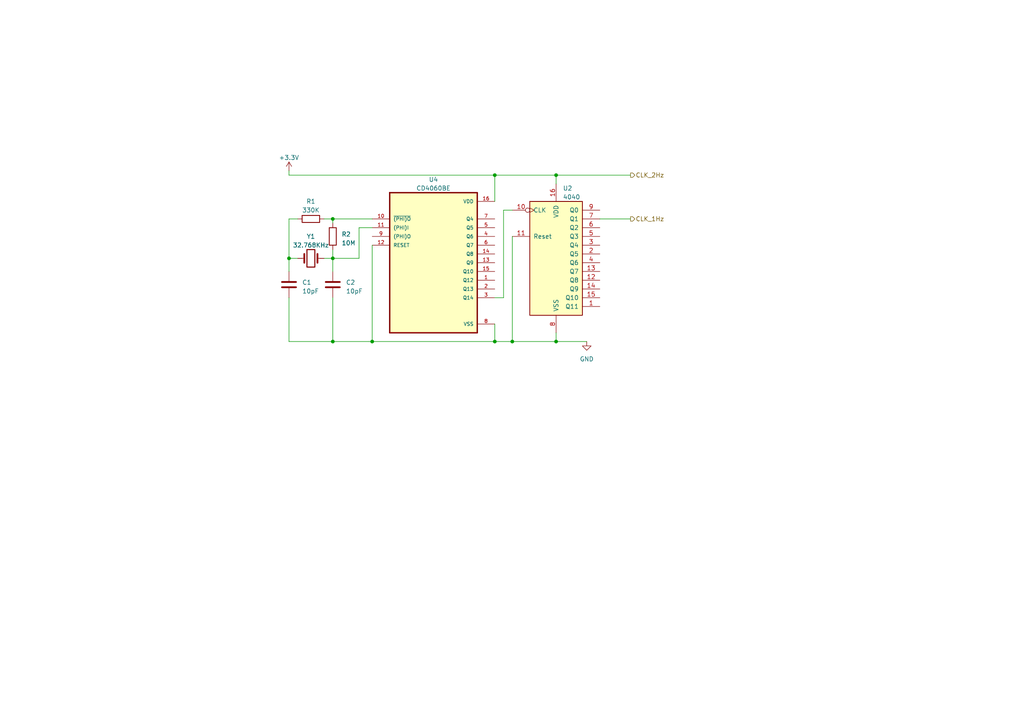
<source format=kicad_sch>
(kicad_sch (version 20230121) (generator eeschema)
  (paper "A4")
  (lib_symbols
    (symbol "4xxx:4040" (pin_names (offset 1.016))
      (property "Reference" "U" (at -7.62 16.51 0))
      (property "Value" "4040" (at -7.62 -19.05 0))
      (symbol "4040_1_0"
        (pin output line (at 12.7 -15.24 180) (length 5.08) (name "Q11") (number "1"))
        (pin input inverted_clock (at -12.7 12.7 0) (length 5.08) (name "CLK") (number "10"))
        (pin input line (at -12.7 5.08 0) (length 5.08) (name "Reset") (number "11"))
        (pin output line (at 12.7 -7.62 180) (length 5.08) (name "Q8") (number "12"))
        (pin output line (at 12.7 -5.08 180) (length 5.08) (name "Q7") (number "13"))
        (pin output line (at 12.7 -10.16 180) (length 5.08) (name "Q9") (number "14"))
        (pin output line (at 12.7 -12.7 180) (length 5.08) (name "Q10") (number "15"))
        (pin power_in line (at 0 20.32 270) (length 5.08) (name "VDD") (number "16"))
        (pin output line (at 12.7 0 180) (length 5.08) (name "Q5") (number "2"))
        (pin output line (at 12.7 2.54 180) (length 5.08) (name "Q4") (number "3"))
        (pin output line (at 12.7 -2.54 180) (length 5.08) (name "Q6") (number "4"))
        (pin output line (at 12.7 5.08 180) (length 5.08) (name "Q3") (number "5"))
        (pin output line (at 12.7 7.62 180) (length 5.08) (name "Q2") (number "6"))
        (pin output line (at 12.7 10.16 180) (length 5.08) (name "Q1") (number "7"))
        (pin power_in line (at 0 -22.86 90) (length 5.08) (name "VSS") (number "8"))
        (pin output line (at 12.7 12.7 180) (length 5.08) (name "Q0") (number "9"))
      )
      (symbol "4040_1_1"
        (rectangle (start -7.62 15.24) (end 7.62 -17.78) (stroke (width 0.254)) (fill (type background)))
      )
    )
    (symbol "CD4060BE:CD4060BE" (pin_names (offset 1.016))
      (property "Reference" "U" (at -12.7 21.32 0))
      (property "Value" "CD4060BE" (at -12.7 -24.32 0))
      (symbol "CD4060BE_0_0"
        (rectangle (start -12.7 -20.32) (end 12.7 20.32) (stroke (width 0.41)) (fill (type background)))
        (pin output line (at 17.78 -5.08 180) (length 5.08) (name "Q12") (number "1"))
        (pin input line (at -17.78 12.7 0) (length 5.08) (name "~{(PHI)O}") (number "10"))
        (pin input line (at -17.78 10.16 0) (length 5.08) (name "(PHI)I") (number "11"))
        (pin input line (at -17.78 5.08 0) (length 5.08) (name "RESET") (number "12"))
        (pin output line (at 17.78 0 180) (length 5.08) (name "Q9") (number "13"))
        (pin output line (at 17.78 2.54 180) (length 5.08) (name "Q8") (number "14"))
        (pin output line (at 17.78 -2.54 180) (length 5.08) (name "Q10") (number "15"))
        (pin power_in line (at 17.78 17.78 180) (length 5.08) (name "VDD") (number "16"))
        (pin output line (at 17.78 -7.62 180) (length 5.08) (name "Q13") (number "2"))
        (pin output line (at 17.78 -10.16 180) (length 5.08) (name "Q14") (number "3"))
        (pin output line (at 17.78 7.62 180) (length 5.08) (name "Q6") (number "4"))
        (pin output line (at 17.78 10.16 180) (length 5.08) (name "Q5") (number "5"))
        (pin output line (at 17.78 5.08 180) (length 5.08) (name "Q7") (number "6"))
        (pin output line (at 17.78 12.7 180) (length 5.08) (name "Q4") (number "7"))
        (pin power_in line (at 17.78 -17.78 180) (length 5.08) (name "VSS") (number "8"))
        (pin input line (at -17.78 7.62 0) (length 5.08) (name "(PHI)O") (number "9"))
      )
    )
    (symbol "Device:C" (pin_numbers hide) (pin_names (offset 0.254))
      (property "Reference" "C" (at 0.635 2.54 0))
      (property "Value" "C" (at 0.635 -2.54 0))
      (symbol "C_0_1"
        (polyline (pts (xy -2.032 -0.762) (xy 2.032 -0.762)) (stroke (width 0.508)))
        (polyline (pts (xy -2.032 0.762) (xy 2.032 0.762)) (stroke (width 0.508)))
      )
      (symbol "C_1_1"
        (pin passive line (at 0 3.81 270) (length 2.794) (name "~") (number "1"))
        (pin passive line (at 0 -3.81 90) (length 2.794) (name "~") (number "2"))
      )
    )
    (symbol "Device:Crystal" (pin_numbers hide) (pin_names (offset 1.016) hide)
      (property "Reference" "Y" (at 0 3.81 0))
      (property "Value" "Crystal" (at 0 -3.81 0))
      (symbol "Crystal_0_1"
        (rectangle (start -1.143 2.54) (end 1.143 -2.54) (stroke (width 0.3048)))
        (polyline (pts (xy -2.54 0) (xy -1.905 0)))
        (polyline (pts (xy -1.905 -1.27) (xy -1.905 1.27)) (stroke (width 0.508)))
        (polyline (pts (xy 1.905 -1.27) (xy 1.905 1.27)) (stroke (width 0.508)))
        (polyline (pts (xy 2.54 0) (xy 1.905 0)))
      )
      (symbol "Crystal_1_1"
        (pin passive line (at -3.81 0 0) (length 1.27) (name "1") (number "1"))
        (pin passive line (at 3.81 0 180) (length 1.27) (name "2") (number "2"))
      )
    )
    (symbol "Device:R" (pin_numbers hide) (pin_names (offset 0))
      (property "Reference" "R" (at 2.032 0 90))
      (property "Value" "R" (at 0 0 90))
      (symbol "R_0_1"
        (rectangle (start -1.016 -2.54) (end 1.016 2.54) (stroke (width 0.254)))
      )
      (symbol "R_1_1"
        (pin passive line (at 0 3.81 270) (length 1.27) (name "~") (number "1"))
        (pin passive line (at 0 -3.81 90) (length 1.27) (name "~") (number "2"))
      )
    )
    (symbol "power:+3.3V" (power) (pin_names (offset 0))
      (property "Value" "+3.3V" (at 0 3.556 0))
      (symbol "+3.3V_0_1"
        (polyline (pts (xy -0.762 1.27) (xy 0 2.54)))
        (polyline (pts (xy 0 0) (xy 0 2.54)))
        (polyline (pts (xy 0 2.54) (xy 0.762 1.27)))
      )
      (symbol "+3.3V_1_1"
        (pin power_in line (at 0 0 90) (length 0) hide (name "+3.3V") (number "1"))
      )
    )
    (symbol "power:GND" (power) (pin_names (offset 0))
      (property "Value" "GND" (at 0 -3.81 0))
      (symbol "GND_0_1"
        (polyline (pts (xy 0 0) (xy 0 -1.27) (xy 1.27 -1.27) (xy 0 -2.54) (xy -1.27 -1.27) (xy 0 -1.27)))
      )
      (symbol "GND_1_1"
        (pin power_in line (at 0 0 270) (length 0) hide (name "GND") (number "1"))
      )
    )
  )
  (junction (at 161.29 50.8))
  (junction (at 143.51 99.06))
  (junction (at 161.29 99.06))
  (junction (at 83.82 74.93))
  (junction (at 96.52 63.5))
  (junction (at 143.51 50.8))
  (junction (at 148.59 99.06))
  (junction (at 107.95 99.06))
  (junction (at 96.52 99.06))
  (junction (at 96.52 74.93))
  (wire (pts (xy 96.52 63.5) (xy 107.95 63.5)))
  (wire (pts (xy 83.82 50.8) (xy 83.82 49.53)))
  (wire (pts (xy 83.82 86.36) (xy 83.82 99.06)))
  (wire (pts (xy 143.51 50.8) (xy 143.51 58.42)))
  (wire (pts (xy 83.82 74.93) (xy 83.82 78.74)))
  (wire (pts (xy 104.14 66.04) (xy 104.14 74.93)))
  (wire (pts (xy 161.29 50.8) (xy 182.88 50.8)))
  (wire (pts (xy 161.29 99.06) (xy 170.18 99.06)))
  (wire (pts (xy 83.82 63.5) (xy 83.82 74.93)))
  (wire (pts (xy 107.95 99.06) (xy 143.51 99.06)))
  (wire (pts (xy 148.59 68.58) (xy 148.59 99.06)))
  (wire (pts (xy 146.05 86.36) (xy 143.51 86.36)))
  (wire (pts (xy 107.95 66.04) (xy 104.14 66.04)))
  (wire (pts (xy 161.29 53.34) (xy 161.29 50.8)))
  (wire (pts (xy 83.82 74.93) (xy 86.36 74.93)))
  (wire (pts (xy 93.98 74.93) (xy 96.52 74.93)))
  (wire (pts (xy 107.95 71.12) (xy 107.95 99.06)))
  (wire (pts (xy 146.05 60.96) (xy 146.05 86.36)))
  (wire (pts (xy 161.29 50.8) (xy 143.51 50.8)))
  (wire (pts (xy 93.98 63.5) (xy 96.52 63.5)))
  (wire (pts (xy 83.82 50.8) (xy 143.51 50.8)))
  (wire (pts (xy 83.82 99.06) (xy 96.52 99.06)))
  (wire (pts (xy 96.52 74.93) (xy 96.52 72.39)))
  (wire (pts (xy 96.52 74.93) (xy 96.52 78.74)))
  (wire (pts (xy 161.29 99.06) (xy 148.59 99.06)))
  (wire (pts (xy 148.59 99.06) (xy 143.51 99.06)))
  (wire (pts (xy 148.59 60.96) (xy 146.05 60.96)))
  (wire (pts (xy 173.99 63.5) (xy 182.88 63.5)))
  (wire (pts (xy 96.52 63.5) (xy 96.52 64.77)))
  (wire (pts (xy 161.29 96.52) (xy 161.29 99.06)))
  (wire (pts (xy 143.51 93.98) (xy 143.51 99.06)))
  (wire (pts (xy 96.52 99.06) (xy 107.95 99.06)))
  (wire (pts (xy 86.36 63.5) (xy 83.82 63.5)))
  (wire (pts (xy 96.52 74.93) (xy 104.14 74.93)))
  (wire (pts (xy 96.52 86.36) (xy 96.52 99.06)))
  (hierarchical_label "CLK_1Hz" (shape output) (at 182.88 63.5 0))
  (hierarchical_label "CLK_2Hz" (shape output) (at 182.88 50.8 0))
  (symbol (lib_id "CD4060BE:CD4060BE") (at 125.73 76.2 0) (unit 1)
    (property "Reference" "U4" (at 125.73 52.07 0))
    (property "Value" "CD4060BE" (at 125.73 54.61 0))
    (property "Footprint" "Package_DIP:DIP-16_W7.62mm_Socket" (effects hide))
    (instances (project "binary_clock" (path "" (reference "U4") (unit 1)) (path "" (reference "U13") (unit 1))))
  )
  (symbol (lib_id "Device:Crystal") (at 90.17 74.93 0) (unit 1)
    (property "Reference" "Y1" (at 90.17 68.58 0))
    (property "Value" "32.768KHz" (at 90.17 71.12 0))
    (property "Footprint" "Crystal:Crystal_C26-LF_D2.1mm_L6.5mm_Vertical" (effects hide))
    (instances (project "binary_clock" (path "" (reference "Y1") (unit 1)) (path "" (reference "Y2") (unit 1))))
  )
  (symbol (lib_id "power:+3.3V") (at 83.82 49.53 0) (unit 1)
    (property "Reference" "#PWR010" (effects hide))
    (property "Value" "+3.3V" (at 83.82 45.72 0))
    (instances (project "binary_clock" (path "" (reference "#PWR010") (unit 1)) (path "" (reference "#PWR02") (unit 1)) (path "" (reference "#PWR011") (unit 1))))
  )
  (symbol (lib_id "Device:R") (at 96.52 68.58 0) (unit 1)
    (property "Reference" "R2" (at 99.06 67.945 0) (effects (justify left)))
    (property "Value" "10M" (at 99.06 70.485 0) (effects (justify left)))
    (property "Footprint" "Resistor_THT:R_Axial_DIN0204_L3.6mm_D1.6mm_P7.62mm_Horizontal" (effects hide))
    (instances (project "binary_clock" (path "" (reference "R2") (unit 1)) (path "" (reference "R27") (unit 1))))
  )
  (symbol (lib_id "Device:R") (at 90.17 63.5 90) (unit 1)
    (property "Reference" "R1" (at 90.17 58.42 90))
    (property "Value" "330K" (at 90.17 60.96 90))
    (property "Footprint" "Resistor_THT:R_Axial_DIN0204_L3.6mm_D1.6mm_P7.62mm_Horizontal" (effects hide))
    (instances (project "binary_clock" (path "" (reference "R1") (unit 1)) (path "" (reference "R26") (unit 1))))
  )
  (symbol (lib_id "power:GND") (at 170.18 99.06 0) (unit 1)
    (property "Reference" "#PWR04" (effects hide))
    (property "Value" "GND" (at 170.18 104.14 0))
    (property "Footprint" "Connector_Pin:Pin_D1.0mm_L10.0mm" (effects hide))
    (instances (project "binary_clock" (path "" (reference "#PWR04") (unit 1)) (path "" (reference "#PWR012") (unit 1))))
  )
  (symbol (lib_id "Device:C") (at 83.82 82.55 0) (unit 1)
    (property "Reference" "C1" (at 87.63 81.915 0) (effects (justify left)))
    (property "Value" "10pF" (at 87.63 84.455 0) (effects (justify left)))
    (property "Footprint" "Capacitor_THT:C_Disc_D5.1mm_W3.2mm_P5.00mm" (effects hide))
    (instances (project "binary_clock" (path "" (reference "C1") (unit 1)) (path "" (reference "C9") (unit 1))))
  )
  (symbol (lib_id "Device:C") (at 96.52 82.55 0) (unit 1)
    (property "Reference" "C2" (at 100.33 81.915 0) (effects (justify left)))
    (property "Value" "10pF" (at 100.33 84.455 0) (effects (justify left)))
    (property "Footprint" "Capacitor_THT:C_Disc_D5.1mm_W3.2mm_P5.00mm" (effects hide))
    (instances (project "binary_clock" (path "" (reference "C2") (unit 1)) (path "" (reference "C10") (unit 1))))
  )
  (symbol (lib_id "4xxx:4040") (at 161.29 73.66 0) (unit 1)
    (property "Reference" "U2" (at 163.2459 54.61 0) (effects (justify left)))
    (property "Value" "4040" (at 163.2459 57.15 0) (effects (justify left)))
    (property "Footprint" "Package_DIP:DIP-16_W7.62mm_Socket" (effects hide))
    (property "Datasheet" "http://www.intersil.com/content/dam/Intersil/documents/cd40/cd4020bms-24bms-40bms.pdf" (effects hide))
    (instances (project "binary_clock" (path "" (reference "U2") (unit 1)) (path "" (reference "U12") (unit 1))))
  )
)
</source>
